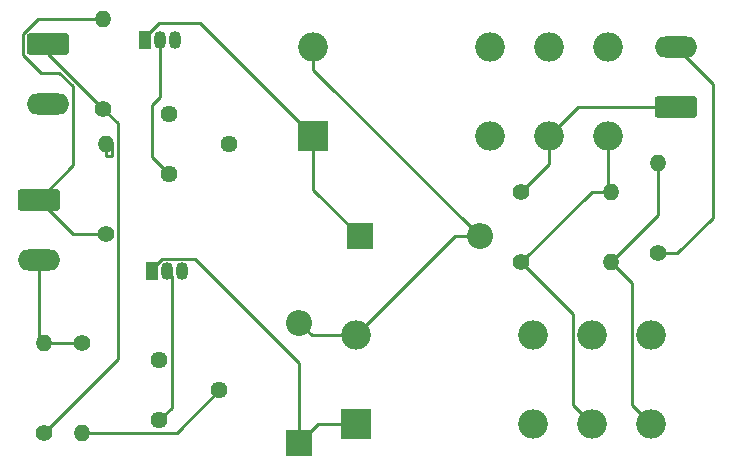
<source format=gbr>
%TF.GenerationSoftware,KiCad,Pcbnew,6.0.7-f9a2dced07~116~ubuntu22.04.1*%
%TF.CreationDate,2022-09-09T13:02:49-03:00*%
%TF.ProjectId,DriverAlarme,44726976-6572-4416-9c61-726d652e6b69,rev?*%
%TF.SameCoordinates,Original*%
%TF.FileFunction,Copper,L1,Top*%
%TF.FilePolarity,Positive*%
%FSLAX46Y46*%
G04 Gerber Fmt 4.6, Leading zero omitted, Abs format (unit mm)*
G04 Created by KiCad (PCBNEW 6.0.7-f9a2dced07~116~ubuntu22.04.1) date 2022-09-09 13:02:49*
%MOMM*%
%LPD*%
G01*
G04 APERTURE LIST*
G04 Aperture macros list*
%AMRoundRect*
0 Rectangle with rounded corners*
0 $1 Rounding radius*
0 $2 $3 $4 $5 $6 $7 $8 $9 X,Y pos of 4 corners*
0 Add a 4 corners polygon primitive as box body*
4,1,4,$2,$3,$4,$5,$6,$7,$8,$9,$2,$3,0*
0 Add four circle primitives for the rounded corners*
1,1,$1+$1,$2,$3*
1,1,$1+$1,$4,$5*
1,1,$1+$1,$6,$7*
1,1,$1+$1,$8,$9*
0 Add four rect primitives between the rounded corners*
20,1,$1+$1,$2,$3,$4,$5,0*
20,1,$1+$1,$4,$5,$6,$7,0*
20,1,$1+$1,$6,$7,$8,$9,0*
20,1,$1+$1,$8,$9,$2,$3,0*%
G04 Aperture macros list end*
%TA.AperFunction,ComponentPad*%
%ADD10RoundRect,0.250000X1.550000X-0.650000X1.550000X0.650000X-1.550000X0.650000X-1.550000X-0.650000X0*%
%TD*%
%TA.AperFunction,ComponentPad*%
%ADD11O,3.600000X1.800000*%
%TD*%
%TA.AperFunction,ComponentPad*%
%ADD12C,1.440000*%
%TD*%
%TA.AperFunction,ComponentPad*%
%ADD13R,2.500000X2.500000*%
%TD*%
%TA.AperFunction,ComponentPad*%
%ADD14O,2.500000X2.500000*%
%TD*%
%TA.AperFunction,ComponentPad*%
%ADD15C,1.400000*%
%TD*%
%TA.AperFunction,ComponentPad*%
%ADD16O,1.400000X1.400000*%
%TD*%
%TA.AperFunction,ComponentPad*%
%ADD17R,1.050000X1.500000*%
%TD*%
%TA.AperFunction,ComponentPad*%
%ADD18O,1.050000X1.500000*%
%TD*%
%TA.AperFunction,ComponentPad*%
%ADD19RoundRect,0.250000X-1.550000X0.650000X-1.550000X-0.650000X1.550000X-0.650000X1.550000X0.650000X0*%
%TD*%
%TA.AperFunction,ComponentPad*%
%ADD20R,2.200000X2.200000*%
%TD*%
%TA.AperFunction,ComponentPad*%
%ADD21O,2.200000X2.200000*%
%TD*%
%TA.AperFunction,Conductor*%
%ADD22C,0.250000*%
%TD*%
G04 APERTURE END LIST*
D10*
%TO.P,J3,1,Pin_1*%
%TO.N,Net-(J3-Pad1)*%
X116867500Y-48885000D03*
D11*
%TO.P,J3,2,Pin_2*%
%TO.N,Net-(J3-Pad2)*%
X116867500Y-43805000D03*
%TD*%
D12*
%TO.P,RV2,1,1*%
%TO.N,Net-(Q2-Pad2)*%
X73145000Y-75340000D03*
%TO.P,RV2,2,2*%
%TO.N,Net-(R4-Pad2)*%
X78225000Y-72800000D03*
%TO.P,RV2,3,3*%
%TO.N,unconnected-(RV2-Pad3)*%
X73145000Y-70260000D03*
%TD*%
%TO.P,RV1,1,1*%
%TO.N,Net-(Q1-Pad2)*%
X73945000Y-54540000D03*
%TO.P,RV1,2,2*%
%TO.N,Net-(R3-Pad2)*%
X79025000Y-52000000D03*
%TO.P,RV1,3,3*%
%TO.N,unconnected-(RV1-Pad3)*%
X73945000Y-49460000D03*
%TD*%
D13*
%TO.P,RL2,1*%
%TO.N,Net-(Q2-Pad1)*%
X89762500Y-75687500D03*
D14*
%TO.P,RL2,2*%
%TO.N,unconnected-(RL2-Pad2)*%
X104762500Y-75687500D03*
%TO.P,RL2,3*%
%TO.N,Net-(R7-Pad2)*%
X109762500Y-75687500D03*
%TO.P,RL2,4*%
%TO.N,Net-(R8-Pad2)*%
X114762500Y-75687500D03*
%TO.P,RL2,5*%
%TO.N,unconnected-(RL2-Pad5)*%
X114762500Y-68187500D03*
%TO.P,RL2,6*%
%TO.N,unconnected-(RL2-Pad6)*%
X109762500Y-68187500D03*
%TO.P,RL2,7*%
%TO.N,unconnected-(RL2-Pad7)*%
X104762500Y-68187500D03*
%TO.P,RL2,8*%
%TO.N,GND*%
X89762500Y-68187500D03*
%TD*%
D13*
%TO.P,RL1,1*%
%TO.N,Net-(Q1-Pad1)*%
X86162500Y-51287500D03*
D14*
%TO.P,RL1,2*%
%TO.N,unconnected-(RL1-Pad2)*%
X101162500Y-51287500D03*
%TO.P,RL1,3*%
%TO.N,Net-(J3-Pad1)*%
X106162500Y-51287500D03*
%TO.P,RL1,4*%
%TO.N,Net-(R7-Pad2)*%
X111162500Y-51287500D03*
%TO.P,RL1,5*%
%TO.N,unconnected-(RL1-Pad5)*%
X111162500Y-43787500D03*
%TO.P,RL1,6*%
%TO.N,unconnected-(RL1-Pad6)*%
X106162500Y-43787500D03*
%TO.P,RL1,7*%
%TO.N,unconnected-(RL1-Pad7)*%
X101162500Y-43787500D03*
%TO.P,RL1,8*%
%TO.N,GND*%
X86162500Y-43787500D03*
%TD*%
D15*
%TO.P,R9,1*%
%TO.N,Net-(J3-Pad2)*%
X115400000Y-61200000D03*
D16*
%TO.P,R9,2*%
%TO.N,Net-(R8-Pad2)*%
X115400000Y-53580000D03*
%TD*%
D15*
%TO.P,R8,1*%
%TO.N,Net-(R7-Pad2)*%
X103790000Y-62000000D03*
D16*
%TO.P,R8,2*%
%TO.N,Net-(R8-Pad2)*%
X111410000Y-62000000D03*
%TD*%
%TO.P,R7,2*%
%TO.N,Net-(R7-Pad2)*%
X111420000Y-56000000D03*
D15*
%TO.P,R7,1*%
%TO.N,Net-(J3-Pad1)*%
X103800000Y-56000000D03*
%TD*%
%TO.P,R4,1*%
%TO.N,Net-(J2-Pad2)*%
X66600000Y-68800000D03*
D16*
%TO.P,R4,2*%
%TO.N,Net-(R4-Pad2)*%
X66600000Y-76420000D03*
%TD*%
D15*
%TO.P,R3,1*%
%TO.N,Net-(J2-Pad1)*%
X68600000Y-59610000D03*
D16*
%TO.P,R3,2*%
%TO.N,Net-(R3-Pad2)*%
X68600000Y-51990000D03*
%TD*%
D15*
%TO.P,R2,1*%
%TO.N,Net-(J1-Pad1)*%
X68400000Y-49010000D03*
D16*
%TO.P,R2,2*%
%TO.N,Net-(J2-Pad1)*%
X68400000Y-41390000D03*
%TD*%
D15*
%TO.P,R1,1*%
%TO.N,Net-(J1-Pad1)*%
X63400000Y-76410000D03*
D16*
%TO.P,R1,2*%
%TO.N,Net-(J2-Pad2)*%
X63400000Y-68790000D03*
%TD*%
D17*
%TO.P,Q2,1,E*%
%TO.N,Net-(Q2-Pad1)*%
X72530000Y-62760000D03*
D18*
%TO.P,Q2,2,B*%
%TO.N,Net-(Q2-Pad2)*%
X73800000Y-62760000D03*
%TO.P,Q2,3,C*%
%TO.N,Net-(Q1-Pad3)*%
X75070000Y-62760000D03*
%TD*%
D17*
%TO.P,Q1,1,E*%
%TO.N,Net-(Q1-Pad1)*%
X71930000Y-43160000D03*
D18*
%TO.P,Q1,2,B*%
%TO.N,Net-(Q1-Pad2)*%
X73200000Y-43160000D03*
%TO.P,Q1,3,C*%
%TO.N,Net-(Q1-Pad3)*%
X74470000Y-43160000D03*
%TD*%
D19*
%TO.P,J2,1,Pin_1*%
%TO.N,Net-(J2-Pad1)*%
X62932500Y-56715000D03*
D11*
%TO.P,J2,2,Pin_2*%
%TO.N,Net-(J2-Pad2)*%
X62932500Y-61795000D03*
%TD*%
D19*
%TO.P,J1,1,Pin_1*%
%TO.N,Net-(J1-Pad1)*%
X63732500Y-43515000D03*
D11*
%TO.P,J1,2,Pin_2*%
%TO.N,Earth*%
X63732500Y-48595000D03*
%TD*%
D20*
%TO.P,D2,1,K*%
%TO.N,Net-(Q2-Pad1)*%
X85000000Y-77280000D03*
D21*
%TO.P,D2,2,A*%
%TO.N,GND*%
X85000000Y-67120000D03*
%TD*%
D20*
%TO.P,D1,1,K*%
%TO.N,Net-(Q1-Pad1)*%
X90120000Y-59800000D03*
D21*
%TO.P,D1,2,A*%
%TO.N,GND*%
X100280000Y-59800000D03*
%TD*%
D22*
%TO.N,Net-(J3-Pad2)*%
X116867500Y-43805000D02*
X120000000Y-46937500D01*
X120000000Y-46937500D02*
X120000000Y-58200000D01*
X120000000Y-58200000D02*
X117000000Y-61200000D01*
X117000000Y-61200000D02*
X115400000Y-61200000D01*
%TO.N,Net-(J3-Pad1)*%
X116867500Y-48885000D02*
X108565000Y-48885000D01*
X108565000Y-48885000D02*
X106162500Y-51287500D01*
%TO.N,Net-(J3-Pad2)*%
X117005000Y-43805000D02*
X116867500Y-43805000D01*
%TO.N,Net-(R3-Pad2)*%
X68600000Y-51990000D02*
X68600000Y-52979949D01*
X68600000Y-52979949D02*
X68620051Y-53000000D01*
X68620051Y-53000000D02*
X69175000Y-53000000D01*
X69175000Y-53000000D02*
X69175000Y-52000000D01*
%TO.N,Net-(R7-Pad2)*%
X111420000Y-56000000D02*
X109790000Y-56000000D01*
X109790000Y-56000000D02*
X103790000Y-62000000D01*
X111162500Y-51287500D02*
X111162500Y-55742500D01*
X111162500Y-55742500D02*
X111420000Y-56000000D01*
%TO.N,Net-(J3-Pad1)*%
X106162500Y-51287500D02*
X106162500Y-53637500D01*
X106162500Y-53637500D02*
X103800000Y-56000000D01*
%TO.N,Net-(R8-Pad2)*%
X111410000Y-62000000D02*
X115400000Y-58010000D01*
X115400000Y-58010000D02*
X115400000Y-53580000D01*
X114762500Y-75687500D02*
X113187500Y-74112500D01*
X113187500Y-74112500D02*
X113187500Y-63777500D01*
X113187500Y-63777500D02*
X111410000Y-62000000D01*
%TO.N,Net-(R7-Pad2)*%
X109762500Y-75687500D02*
X108187500Y-74112500D01*
X108187500Y-74112500D02*
X108187500Y-66397500D01*
X108187500Y-66397500D02*
X103790000Y-62000000D01*
%TO.N,GND*%
X89762500Y-68187500D02*
X86067500Y-68187500D01*
X86067500Y-68187500D02*
X85000000Y-67120000D01*
X100280000Y-59800000D02*
X98150000Y-59800000D01*
X98150000Y-59800000D02*
X89762500Y-68187500D01*
X86162500Y-43787500D02*
X86162500Y-45682500D01*
X86162500Y-45682500D02*
X100280000Y-59800000D01*
%TO.N,Net-(Q1-Pad1)*%
X86162500Y-51287500D02*
X86162500Y-55842500D01*
X86162500Y-55842500D02*
X90120000Y-59800000D01*
X71930000Y-43160000D02*
X71930000Y-42935000D01*
X71930000Y-42935000D02*
X73112890Y-41752110D01*
X73112890Y-41752110D02*
X76627110Y-41752110D01*
X76627110Y-41752110D02*
X86162500Y-51287500D01*
%TO.N,Net-(Q1-Pad2)*%
X73200000Y-43160000D02*
X73200000Y-47956398D01*
X72491399Y-53086399D02*
X73945000Y-54540000D01*
X73200000Y-47956398D02*
X72491399Y-48664999D01*
X72491399Y-48664999D02*
X72491399Y-53086399D01*
%TO.N,Net-(Q2-Pad1)*%
X89762500Y-75687500D02*
X86592500Y-75687500D01*
X86592500Y-75687500D02*
X85000000Y-77280000D01*
X72530000Y-62760000D02*
X72530000Y-62535000D01*
X76172891Y-61685000D02*
X85000000Y-70512109D01*
X72530000Y-62535000D02*
X73380000Y-61685000D01*
X73380000Y-61685000D02*
X76172891Y-61685000D01*
X85000000Y-70512109D02*
X85000000Y-77280000D01*
%TO.N,Net-(Q2-Pad2)*%
X73145000Y-75340000D02*
X74190000Y-74295000D01*
X74190000Y-74295000D02*
X74190000Y-63150000D01*
X74190000Y-63150000D02*
X73800000Y-62760000D01*
%TO.N,Net-(R4-Pad2)*%
X66600000Y-76420000D02*
X74605000Y-76420000D01*
X74605000Y-76420000D02*
X78225000Y-72800000D01*
%TO.N,Net-(J2-Pad2)*%
X63400000Y-68790000D02*
X66590000Y-68790000D01*
X66590000Y-68790000D02*
X66600000Y-68800000D01*
X62932500Y-61795000D02*
X62932500Y-68322500D01*
X62932500Y-68322500D02*
X63400000Y-68790000D01*
%TO.N,Net-(J1-Pad1)*%
X68400000Y-49010000D02*
X69625000Y-50235000D01*
X69625000Y-50235000D02*
X69625000Y-70185000D01*
X69625000Y-70185000D02*
X63400000Y-76410000D01*
%TO.N,Net-(J2-Pad1)*%
X62932500Y-56715000D02*
X65827500Y-59610000D01*
X65827500Y-59610000D02*
X68600000Y-59610000D01*
X62932500Y-56715000D02*
X65857500Y-53790000D01*
X65857500Y-53790000D02*
X65857500Y-47103896D01*
X61607500Y-42626827D02*
X62844327Y-41390000D01*
X65857500Y-47103896D02*
X64676802Y-45923198D01*
X64676802Y-45923198D02*
X63127525Y-45923198D01*
X63127525Y-45923198D02*
X61607500Y-44403173D01*
X61607500Y-44403173D02*
X61607500Y-42626827D01*
X62844327Y-41390000D02*
X68400000Y-41390000D01*
%TO.N,Net-(J1-Pad1)*%
X63732500Y-43515000D02*
X63732500Y-44342500D01*
X63732500Y-44342500D02*
X68400000Y-49010000D01*
%TD*%
M02*

</source>
